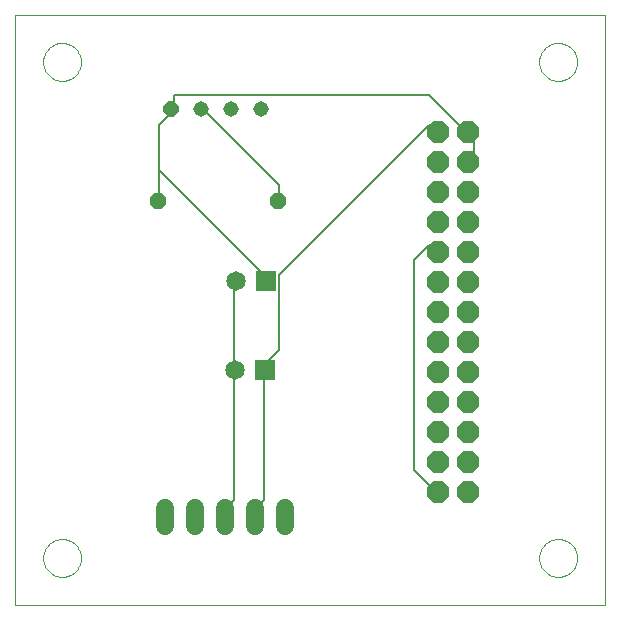
<source format=gtl>
G75*
%MOIN*%
%OFA0B0*%
%FSLAX24Y24*%
%IPPOS*%
%LPD*%
%AMOC8*
5,1,8,0,0,1.08239X$1,22.5*
%
%ADD10C,0.0000*%
%ADD11OC8,0.0515*%
%ADD12C,0.0515*%
%ADD13OC8,0.0740*%
%ADD14R,0.0650X0.0650*%
%ADD15C,0.0650*%
%ADD16OC8,0.0520*%
%ADD17C,0.0600*%
%ADD18C,0.0060*%
D10*
X000100Y000100D02*
X000100Y019785D01*
X019785Y019785D01*
X019785Y000100D01*
X000100Y000100D01*
X001045Y001675D02*
X001047Y001725D01*
X001053Y001775D01*
X001063Y001824D01*
X001077Y001872D01*
X001094Y001919D01*
X001115Y001964D01*
X001140Y002008D01*
X001168Y002049D01*
X001200Y002088D01*
X001234Y002125D01*
X001271Y002159D01*
X001311Y002189D01*
X001353Y002216D01*
X001397Y002240D01*
X001443Y002261D01*
X001490Y002277D01*
X001538Y002290D01*
X001588Y002299D01*
X001637Y002304D01*
X001688Y002305D01*
X001738Y002302D01*
X001787Y002295D01*
X001836Y002284D01*
X001884Y002269D01*
X001930Y002251D01*
X001975Y002229D01*
X002018Y002203D01*
X002059Y002174D01*
X002098Y002142D01*
X002134Y002107D01*
X002166Y002069D01*
X002196Y002029D01*
X002223Y001986D01*
X002246Y001942D01*
X002265Y001896D01*
X002281Y001848D01*
X002293Y001799D01*
X002301Y001750D01*
X002305Y001700D01*
X002305Y001650D01*
X002301Y001600D01*
X002293Y001551D01*
X002281Y001502D01*
X002265Y001454D01*
X002246Y001408D01*
X002223Y001364D01*
X002196Y001321D01*
X002166Y001281D01*
X002134Y001243D01*
X002098Y001208D01*
X002059Y001176D01*
X002018Y001147D01*
X001975Y001121D01*
X001930Y001099D01*
X001884Y001081D01*
X001836Y001066D01*
X001787Y001055D01*
X001738Y001048D01*
X001688Y001045D01*
X001637Y001046D01*
X001588Y001051D01*
X001538Y001060D01*
X001490Y001073D01*
X001443Y001089D01*
X001397Y001110D01*
X001353Y001134D01*
X001311Y001161D01*
X001271Y001191D01*
X001234Y001225D01*
X001200Y001262D01*
X001168Y001301D01*
X001140Y001342D01*
X001115Y001386D01*
X001094Y001431D01*
X001077Y001478D01*
X001063Y001526D01*
X001053Y001575D01*
X001047Y001625D01*
X001045Y001675D01*
X001045Y018210D02*
X001047Y018260D01*
X001053Y018310D01*
X001063Y018359D01*
X001077Y018407D01*
X001094Y018454D01*
X001115Y018499D01*
X001140Y018543D01*
X001168Y018584D01*
X001200Y018623D01*
X001234Y018660D01*
X001271Y018694D01*
X001311Y018724D01*
X001353Y018751D01*
X001397Y018775D01*
X001443Y018796D01*
X001490Y018812D01*
X001538Y018825D01*
X001588Y018834D01*
X001637Y018839D01*
X001688Y018840D01*
X001738Y018837D01*
X001787Y018830D01*
X001836Y018819D01*
X001884Y018804D01*
X001930Y018786D01*
X001975Y018764D01*
X002018Y018738D01*
X002059Y018709D01*
X002098Y018677D01*
X002134Y018642D01*
X002166Y018604D01*
X002196Y018564D01*
X002223Y018521D01*
X002246Y018477D01*
X002265Y018431D01*
X002281Y018383D01*
X002293Y018334D01*
X002301Y018285D01*
X002305Y018235D01*
X002305Y018185D01*
X002301Y018135D01*
X002293Y018086D01*
X002281Y018037D01*
X002265Y017989D01*
X002246Y017943D01*
X002223Y017899D01*
X002196Y017856D01*
X002166Y017816D01*
X002134Y017778D01*
X002098Y017743D01*
X002059Y017711D01*
X002018Y017682D01*
X001975Y017656D01*
X001930Y017634D01*
X001884Y017616D01*
X001836Y017601D01*
X001787Y017590D01*
X001738Y017583D01*
X001688Y017580D01*
X001637Y017581D01*
X001588Y017586D01*
X001538Y017595D01*
X001490Y017608D01*
X001443Y017624D01*
X001397Y017645D01*
X001353Y017669D01*
X001311Y017696D01*
X001271Y017726D01*
X001234Y017760D01*
X001200Y017797D01*
X001168Y017836D01*
X001140Y017877D01*
X001115Y017921D01*
X001094Y017966D01*
X001077Y018013D01*
X001063Y018061D01*
X001053Y018110D01*
X001047Y018160D01*
X001045Y018210D01*
X017580Y018210D02*
X017582Y018260D01*
X017588Y018310D01*
X017598Y018359D01*
X017612Y018407D01*
X017629Y018454D01*
X017650Y018499D01*
X017675Y018543D01*
X017703Y018584D01*
X017735Y018623D01*
X017769Y018660D01*
X017806Y018694D01*
X017846Y018724D01*
X017888Y018751D01*
X017932Y018775D01*
X017978Y018796D01*
X018025Y018812D01*
X018073Y018825D01*
X018123Y018834D01*
X018172Y018839D01*
X018223Y018840D01*
X018273Y018837D01*
X018322Y018830D01*
X018371Y018819D01*
X018419Y018804D01*
X018465Y018786D01*
X018510Y018764D01*
X018553Y018738D01*
X018594Y018709D01*
X018633Y018677D01*
X018669Y018642D01*
X018701Y018604D01*
X018731Y018564D01*
X018758Y018521D01*
X018781Y018477D01*
X018800Y018431D01*
X018816Y018383D01*
X018828Y018334D01*
X018836Y018285D01*
X018840Y018235D01*
X018840Y018185D01*
X018836Y018135D01*
X018828Y018086D01*
X018816Y018037D01*
X018800Y017989D01*
X018781Y017943D01*
X018758Y017899D01*
X018731Y017856D01*
X018701Y017816D01*
X018669Y017778D01*
X018633Y017743D01*
X018594Y017711D01*
X018553Y017682D01*
X018510Y017656D01*
X018465Y017634D01*
X018419Y017616D01*
X018371Y017601D01*
X018322Y017590D01*
X018273Y017583D01*
X018223Y017580D01*
X018172Y017581D01*
X018123Y017586D01*
X018073Y017595D01*
X018025Y017608D01*
X017978Y017624D01*
X017932Y017645D01*
X017888Y017669D01*
X017846Y017696D01*
X017806Y017726D01*
X017769Y017760D01*
X017735Y017797D01*
X017703Y017836D01*
X017675Y017877D01*
X017650Y017921D01*
X017629Y017966D01*
X017612Y018013D01*
X017598Y018061D01*
X017588Y018110D01*
X017582Y018160D01*
X017580Y018210D01*
X017580Y001675D02*
X017582Y001725D01*
X017588Y001775D01*
X017598Y001824D01*
X017612Y001872D01*
X017629Y001919D01*
X017650Y001964D01*
X017675Y002008D01*
X017703Y002049D01*
X017735Y002088D01*
X017769Y002125D01*
X017806Y002159D01*
X017846Y002189D01*
X017888Y002216D01*
X017932Y002240D01*
X017978Y002261D01*
X018025Y002277D01*
X018073Y002290D01*
X018123Y002299D01*
X018172Y002304D01*
X018223Y002305D01*
X018273Y002302D01*
X018322Y002295D01*
X018371Y002284D01*
X018419Y002269D01*
X018465Y002251D01*
X018510Y002229D01*
X018553Y002203D01*
X018594Y002174D01*
X018633Y002142D01*
X018669Y002107D01*
X018701Y002069D01*
X018731Y002029D01*
X018758Y001986D01*
X018781Y001942D01*
X018800Y001896D01*
X018816Y001848D01*
X018828Y001799D01*
X018836Y001750D01*
X018840Y001700D01*
X018840Y001650D01*
X018836Y001600D01*
X018828Y001551D01*
X018816Y001502D01*
X018800Y001454D01*
X018781Y001408D01*
X018758Y001364D01*
X018731Y001321D01*
X018701Y001281D01*
X018669Y001243D01*
X018633Y001208D01*
X018594Y001176D01*
X018553Y001147D01*
X018510Y001121D01*
X018465Y001099D01*
X018419Y001081D01*
X018371Y001066D01*
X018322Y001055D01*
X018273Y001048D01*
X018223Y001045D01*
X018172Y001046D01*
X018123Y001051D01*
X018073Y001060D01*
X018025Y001073D01*
X017978Y001089D01*
X017932Y001110D01*
X017888Y001134D01*
X017846Y001161D01*
X017806Y001191D01*
X017769Y001225D01*
X017735Y001262D01*
X017703Y001301D01*
X017675Y001342D01*
X017650Y001386D01*
X017629Y001431D01*
X017612Y001478D01*
X017598Y001526D01*
X017588Y001575D01*
X017582Y001625D01*
X017580Y001675D01*
D11*
X005317Y016631D03*
D12*
X006317Y016631D03*
X007317Y016631D03*
X008317Y016631D03*
D13*
X014206Y015876D03*
X015206Y015876D03*
X015206Y014876D03*
X014206Y014876D03*
X014206Y013876D03*
X015206Y013876D03*
X015206Y012876D03*
X014206Y012876D03*
X014206Y011876D03*
X015206Y011876D03*
X015206Y010876D03*
X014206Y010876D03*
X014206Y009876D03*
X015206Y009876D03*
X015206Y008876D03*
X014206Y008876D03*
X014206Y007876D03*
X015206Y007876D03*
X015206Y006876D03*
X014206Y006876D03*
X014206Y005876D03*
X015206Y005876D03*
X015206Y004876D03*
X014206Y004876D03*
X014206Y003876D03*
X015206Y003876D03*
D14*
X008450Y007943D03*
X008490Y010891D03*
D15*
X007490Y010891D03*
X007450Y007943D03*
D16*
X008883Y013580D03*
X004883Y013580D03*
D17*
X005108Y003353D02*
X005108Y002753D01*
X006108Y002753D02*
X006108Y003353D01*
X007108Y003353D02*
X007108Y002753D01*
X008108Y002753D02*
X008108Y003353D01*
X009108Y003353D02*
X009108Y002753D01*
D18*
X008108Y003053D02*
X007915Y003100D01*
X008415Y003600D01*
X008415Y008100D01*
X008450Y007943D01*
X008415Y008100D02*
X008915Y008600D01*
X008915Y011100D01*
X013915Y016100D01*
X014206Y015876D01*
X014915Y016100D02*
X015206Y015876D01*
X015415Y015600D01*
X015415Y015100D01*
X015206Y014876D01*
X014915Y016100D02*
X013915Y017100D01*
X005415Y017100D01*
X005415Y016600D01*
X005317Y016631D01*
X005415Y016600D02*
X004915Y016100D01*
X004915Y014600D01*
X008415Y011100D01*
X008490Y010891D01*
X007490Y010891D02*
X007415Y010600D01*
X007415Y008100D01*
X007450Y007943D01*
X007415Y008100D02*
X007415Y003600D01*
X006915Y003100D01*
X007108Y003053D01*
X013415Y004600D02*
X013915Y004100D01*
X014206Y003876D01*
X013415Y004600D02*
X013415Y011600D01*
X013915Y012100D01*
X014206Y011876D01*
X008915Y013600D02*
X008883Y013580D01*
X008915Y013600D02*
X008915Y014100D01*
X006415Y016600D01*
X006317Y016631D01*
X004915Y014600D02*
X004915Y013600D01*
X004883Y013580D01*
M02*

</source>
